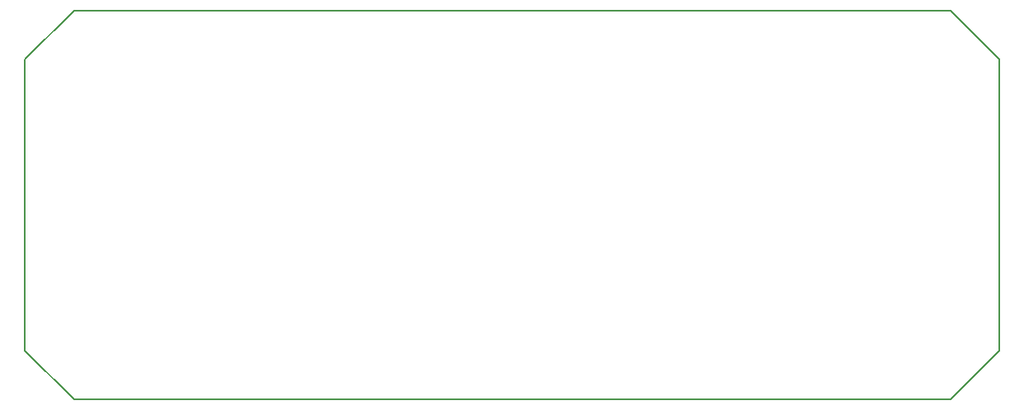
<source format=gm1>
G04 #@! TF.FileFunction,Profile,NP*
%FSLAX46Y46*%
G04 Gerber Fmt 4.6, Leading zero omitted, Abs format (unit mm)*
G04 Created by KiCad (PCBNEW 4.0.7) date 12/17/17 18:45:42*
%MOMM*%
%LPD*%
G01*
G04 APERTURE LIST*
%ADD10C,0.100000*%
%ADD11C,0.150000*%
G04 APERTURE END LIST*
D10*
D11*
X150000000Y-85000000D02*
X150000000Y-55000000D01*
X145000000Y-90000000D02*
X150000000Y-85000000D01*
X55000000Y-90000000D02*
X145000000Y-90000000D01*
X50000000Y-85000000D02*
X55000000Y-90000000D01*
X50000000Y-55000000D02*
X50000000Y-85000000D01*
X145000000Y-50000000D02*
X150000000Y-55000000D01*
X55000000Y-50000000D02*
X145000000Y-50000000D01*
X50000000Y-55000000D02*
X55000000Y-50000000D01*
M02*

</source>
